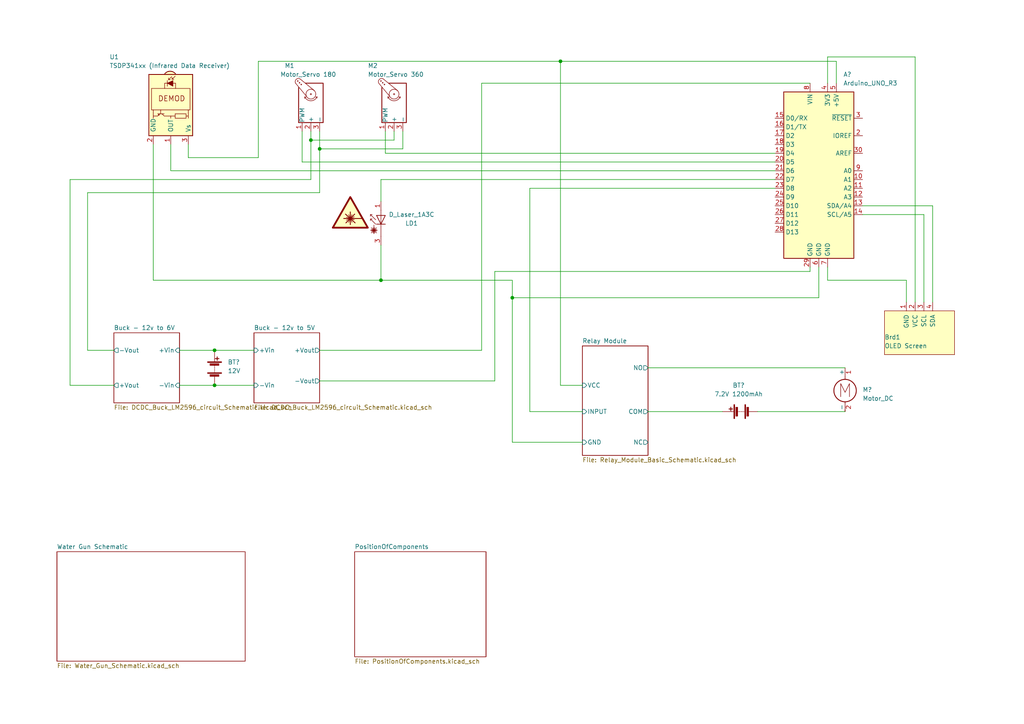
<source format=kicad_sch>
(kicad_sch (version 20211123) (generator eeschema)
  (paper "A4")
  (title_block (title "Sentry Gun System Electronics Schematic") (date "2023-03-12") (rev "v1.0") (company "JurGOn") (comment 1 "Sentry Project"))
  (lib_symbols
    (symbol "Battery_1" (pin_numbers hide) (pin_names (offset 0) hide)
      (property "Reference" "BT?" (at 3.81 1.6511 0))
      (property "Value" "Battery_1" (at 3.81 -0.8889 0))
      (symbol "Battery_1_0_1"
        (rectangle (start -2.032 -1.397) (end 2.032 -1.651) (fill (type outline)))
        (rectangle (start -2.032 1.778) (end 2.032 1.524) (fill (type outline)))
        (rectangle (start -1.3208 -1.9812) (end 1.27 -2.4892) (fill (type outline)))
        (rectangle (start -1.3208 1.1938) (end 1.27 0.6858) (fill (type outline)))
        (polyline (pts (xy 0 -1.524) (xy 0 -1.27)))
        (polyline (pts (xy 0 -1.016) (xy 0 -0.762)))
        (polyline (pts (xy 0 -0.508) (xy 0 -0.254)))
        (polyline (pts (xy 0 0) (xy 0 0.254)))
        (polyline (pts (xy 0 0.508) (xy 0 0.762)))
        (polyline (pts (xy 0 1.778) (xy 0 2.54)))
        (polyline (pts (xy 0.254 2.667) (xy 1.27 2.667)) (stroke (width 0.254)))
        (polyline (pts (xy 0.762 3.175) (xy 0.762 2.159)) (stroke (width 0.254)))
      )
      (symbol "Battery_1_1_1"
        (pin passive line (at 0 5.08 270) (length 2.54) (name "+") (number "1"))
        (pin passive line (at 0 -5.08 90) (length 2.54) (name "-") (number "2"))
      )
    )
    (symbol "Custom_Lib:0.96_OLED_SSD1306" (pin_names (offset 1.016))
      (property "Reference" "Brd" (at 0 -3.81 0))
      (property "Value" "0.96_OLED_SSD1306" (at 0 -1.27 0))
      (symbol "0.96_OLED_SSD1306_0_1"
        (rectangle (start -10.16 6.35) (end 10.16 -6.35) (fill (type background)))
      )
      (symbol "0.96_OLED_SSD1306_1_1"
        (pin input line (at -3.81 8.89 270) (length 2.54) (name "GND") (number "1"))
        (pin power_in line (at -1.27 8.89 270) (length 2.54) (name "VCC") (number "2"))
        (pin input line (at 1.27 8.89 270) (length 2.54) (name "SCL") (number "3"))
        (pin input line (at 3.81 8.89 270) (length 2.54) (name "SDA") (number "4"))
      )
    )
    (symbol "Device:Battery" (pin_numbers hide) (pin_names (offset 0) hide)
      (property "Reference" "BT" (at 2.54 2.54 0))
      (property "Value" "Battery" (at 2.54 0 0))
      (symbol "Battery_0_1"
        (rectangle (start -2.032 -1.397) (end 2.032 -1.651) (fill (type outline)))
        (rectangle (start -2.032 1.778) (end 2.032 1.524) (fill (type outline)))
        (rectangle (start -1.3208 -1.9812) (end 1.27 -2.4892) (fill (type outline)))
        (rectangle (start -1.3208 1.1938) (end 1.27 0.6858) (fill (type outline)))
        (polyline (pts (xy 0 -1.524) (xy 0 -1.27)))
        (polyline (pts (xy 0 -1.016) (xy 0 -0.762)))
        (polyline (pts (xy 0 -0.508) (xy 0 -0.254)))
        (polyline (pts (xy 0 0) (xy 0 0.254)))
        (polyline (pts (xy 0 0.508) (xy 0 0.762)))
        (polyline (pts (xy 0 1.778) (xy 0 2.54)))
        (polyline (pts (xy 0.254 2.667) (xy 1.27 2.667)) (stroke (width 0.254)))
        (polyline (pts (xy 0.762 3.175) (xy 0.762 2.159)) (stroke (width 0.254)))
      )
      (symbol "Battery_1_1"
        (pin passive line (at 0 5.08 270) (length 2.54) (name "+") (number "1"))
        (pin passive line (at 0 -5.08 90) (length 2.54) (name "-") (number "2"))
      )
    )
    (symbol "Device:D_Laser_1A3C" (pin_names (offset 1.016) hide)
      (property "Reference" "LD" (at -1.27 4.445 0))
      (property "Value" "D_Laser_1A3C" (at -1.27 -2.54 0))
      (symbol "D_Laser_1A3C_0_1"
        (polyline (pts (xy -4.064 1.27) (xy -2.54 2.794)))
        (polyline (pts (xy -4.064 1.778) (xy -2.54 2.286)))
        (polyline (pts (xy -4.064 2.286) (xy -2.54 1.778)))
        (polyline (pts (xy -4.064 2.794) (xy -2.54 1.27)))
        (polyline (pts (xy -3.556 2.794) (xy -3.048 1.27)))
        (polyline (pts (xy -3.302 2.032) (xy -3.302 1.016)))
        (polyline (pts (xy -3.302 2.032) (xy -3.302 3.048)))
        (polyline (pts (xy -3.048 2.794) (xy -3.556 1.27)))
        (polyline (pts (xy -1.778 2.032) (xy -4.318 2.032)))
        (polyline (pts (xy -1.524 1.27) (xy -1.524 -1.27)) (stroke (width 0.2032)))
        (polyline (pts (xy 1.27 3.048) (xy 0.762 3.048)))
        (polyline (pts (xy 2.54 0) (xy -5.08 0)))
        (polyline (pts (xy -0.254 1.524) (xy 1.27 3.048) (xy 1.27 2.54)))
        (polyline (pts (xy 1.016 1.27) (xy 1.016 -1.27) (xy -1.524 0) (xy 1.016 1.27)) (stroke (width 0.2032)))
        (polyline (pts (xy -1.524 1.524) (xy 0 3.048) (xy 0 2.54) (xy 0 3.048) (xy -0.508 3.048)))
      )
      (symbol "D_Laser_1A3C_1_1"
        (pin passive line (at 5.08 0 180) (length 2.54) (name "A") (number "1"))
        (pin passive line (at -7.62 0 0) (length 2.54) (name "K") (number "3"))
      )
    )
    (symbol "Graphic:SYM_LASER_Large" (pin_names (offset 1.016) hide)
      (symbol "SYM_LASER_Large_0_1"
        (polyline (pts (xy -1.905 -2.413) (xy 3.556 -2.413)) (stroke (width 0.254)))
        (polyline (pts (xy -1.27 -3.683) (xy 1.27 -1.143)) (stroke (width 0.254)))
        (polyline (pts (xy -1.143 -2.921) (xy 1.143 -1.905)))
        (polyline (pts (xy -1.143 -2.032) (xy 1.143 -2.794)))
        (polyline (pts (xy -0.508 -1.27) (xy 0.508 -3.556)))
        (polyline (pts (xy 0 -4.191) (xy 0 -0.508)) (stroke (width 0.254)))
        (polyline (pts (xy 0.508 -1.27) (xy -0.508 -3.556)))
        (polyline (pts (xy 1.397 -3.683) (xy -1.397 -1.143)) (stroke (width 0.254)))
        (polyline (pts (xy -5.08 -5.08) (xy 5.08 -5.08) (xy 0 3.81) (xy -5.08 -5.08)) (stroke (width 0.508)) (fill (type background)))
      )
    )
    (symbol "Interface_Optical:TSDP341xx" (pin_names (offset 1.016))
      (property "Reference" "U" (at -10.16 7.62 0))
      (property "Value" "TSDP341xx" (at -10.16 -7.62 0))
      (symbol "TSDP341xx_0_0"
        (arc (start -10.287 1.397) (mid -11.0899 -0.1905) (end -10.287 -1.778) (stroke (width 0.254)) (fill (type background)))
        (polyline (pts (xy 1.905 -5.08) (xy 0.127 -5.08)))
        (polyline (pts (xy 1.905 5.08) (xy 0.127 5.08)))
        (text "DEMOD" (at -3.175 0.254 900) (effects (font (size 1.524 1.524))))
      )
      (symbol "TSDP341xx_0_1"
        (rectangle (start -6.096 5.588) (end 0.127 -5.588))
        (polyline (pts (xy -8.763 0.381) (xy -9.652 1.27)))
        (polyline (pts (xy -8.763 0.381) (xy -9.271 0.381)))
        (polyline (pts (xy -8.763 0.381) (xy -8.763 0.889)))
        (polyline (pts (xy -8.636 -0.635) (xy -9.525 0.254)))
        (polyline (pts (xy -8.636 -0.635) (xy -9.144 -0.635)))
        (polyline (pts (xy -8.636 -0.635) (xy -8.636 -0.127)))
        (polyline (pts (xy -8.382 -1.016) (xy -6.731 -1.016)))
        (polyline (pts (xy 1.27 -2.921) (xy 0.127 -2.921)))
        (polyline (pts (xy 1.27 -1.905) (xy 1.27 -3.81)))
        (polyline (pts (xy 1.397 -3.556) (xy 1.524 -3.556)))
        (polyline (pts (xy 1.651 -3.556) (xy 1.524 -3.556)))
        (polyline (pts (xy 1.651 -3.556) (xy 1.651 -3.302)))
        (polyline (pts (xy 1.905 0) (xy 1.905 1.27)))
        (polyline (pts (xy 1.905 4.445) (xy 1.905 5.08) (xy 2.54 5.08)))
        (polyline (pts (xy -8.382 0.635) (xy -6.731 0.635) (xy -7.62 -1.016) (xy -8.382 0.635)) (fill (type outline)))
        (polyline (pts (xy -6.096 1.397) (xy -7.62 1.397) (xy -7.62 -1.778) (xy -6.096 -1.778)))
        (polyline (pts (xy 1.27 -3.175) (xy 1.905 -3.81) (xy 1.905 -5.08) (xy 2.54 -5.08)))
        (polyline (pts (xy 1.27 -2.54) (xy 1.905 -1.905) (xy 1.905 0) (xy 2.54 0)))
        (rectangle (start 2.54 1.27) (end 1.27 4.445))
        (rectangle (start 7.62 6.35) (end -10.16 -6.35) (stroke (width 0.254)) (fill (type background)))
      )
      (symbol "TSDP341xx_1_1"
        (pin output line (at 10.16 0 180) (length 2.54) (name "OUT") (number "1"))
        (pin power_in line (at 10.16 -5.08 180) (length 2.54) (name "GND") (number "2"))
        (pin power_in line (at 10.16 5.08 180) (length 2.54) (name "Vs") (number "3"))
      )
    )
    (symbol "MCU_Module:Arduino_UNO_R3"
      (property "Reference" "A?" (at 7.0994 27.94 0))
      (property "Value" "Arduino_UNO_R3" (at 7.0994 25.4 0))
      (symbol "Arduino_UNO_R3_0_1"
        (rectangle (start -10.16 22.86) (end 10.16 -25.4) (stroke (width 0.254)) (fill (type background)))
      )
      (symbol "Arduino_UNO_R3_1_1"
        (pin no_connect line (at -10.16 -20.32 0) (length 2.54) hide (name "NC") (number "1"))
        (pin bidirectional line (at 12.7 -2.54 180) (length 2.54) (name "A1") (number "10"))
        (pin bidirectional line (at 12.7 -5.08 180) (length 2.54) (name "A2") (number "11"))
        (pin bidirectional line (at 12.7 -7.62 180) (length 2.54) (name "A3") (number "12"))
        (pin bidirectional line (at 12.7 -10.16 180) (length 2.54) (name "SDA/A4") (number "13"))
        (pin bidirectional line (at 12.7 -12.7 180) (length 2.54) (name "SCL/A5") (number "14"))
        (pin bidirectional line (at -12.7 15.24 0) (length 2.54) (name "D0/RX") (number "15"))
        (pin bidirectional line (at -12.7 12.7 0) (length 2.54) (name "D1/TX") (number "16"))
        (pin bidirectional line (at -12.7 10.16 0) (length 2.54) (name "D2") (number "17"))
        (pin bidirectional line (at -12.7 7.62 0) (length 2.54) (name "D3") (number "18"))
        (pin bidirectional line (at -12.7 5.08 0) (length 2.54) (name "D4") (number "19"))
        (pin output line (at 12.7 10.16 180) (length 2.54) (name "IOREF") (number "2"))
        (pin bidirectional line (at -12.7 2.54 0) (length 2.54) (name "D5") (number "20"))
        (pin bidirectional line (at -12.7 0 0) (length 2.54) (name "D6") (number "21"))
        (pin bidirectional line (at -12.7 -2.54 0) (length 2.54) (name "D7") (number "22"))
        (pin bidirectional line (at -12.7 -5.08 0) (length 2.54) (name "D8") (number "23"))
        (pin bidirectional line (at -12.7 -7.62 0) (length 2.54) (name "D9") (number "24"))
        (pin bidirectional line (at -12.7 -10.16 0) (length 2.54) (name "D10") (number "25"))
        (pin bidirectional line (at -12.7 -12.7 0) (length 2.54) (name "D11") (number "26"))
        (pin bidirectional line (at -12.7 -15.24 0) (length 2.54) (name "D12") (number "27"))
        (pin bidirectional line (at -12.7 -17.78 0) (length 2.54) (name "D13") (number "28"))
        (pin power_in line (at -2.54 -27.94 90) (length 2.54) (name "GND") (number "29"))
        (pin input line (at 12.7 15.24 180) (length 2.54) (name "~{RESET}") (number "3"))
        (pin input line (at 12.7 5.08 180) (length 2.54) (name "AREF") (number "30"))
        (pin power_out line (at 2.54 25.4 270) (length 2.54) (name "3V3") (number "4"))
        (pin power_out line (at 5.08 25.4 270) (length 2.54) (name "+5V") (number "5"))
        (pin power_in line (at 0 -27.94 90) (length 2.54) (name "GND") (number "6"))
        (pin power_in line (at 2.54 -27.94 90) (length 2.54) (name "GND") (number "7"))
        (pin power_in line (at -2.54 25.4 270) (length 2.54) (name "VIN") (number "8"))
        (pin bidirectional line (at 12.7 0 180) (length 2.54) (name "A0") (number "9"))
      )
    )
    (symbol "Motor:Motor_DC" (pin_names (offset 0))
      (property "Reference" "M" (at 2.54 2.54 0))
      (property "Value" "Motor_DC" (at 2.54 -5.08 0))
      (symbol "Motor_DC_0_0"
        (polyline (pts (xy -1.27 -3.302) (xy -1.27 0.508) (xy 0 -2.032) (xy 1.27 0.508) (xy 1.27 -3.302)))
      )
      (symbol "Motor_DC_0_1"
        (circle (center 0 -1.524) (radius 3.2512) (stroke (width 0.254)))
        (polyline (pts (xy 0 -7.62) (xy 0 -7.112)))
        (polyline (pts (xy 0 -4.7752) (xy 0 -5.1816)))
        (polyline (pts (xy 0 1.7272) (xy 0 2.0828)))
        (polyline (pts (xy 0 2.032) (xy 0 2.54)))
      )
      (symbol "Motor_DC_1_1"
        (pin passive line (at 0 5.08 270) (length 2.54) (name "+") (number "1"))
        (pin passive line (at 0 -7.62 90) (length 2.54) (name "-") (number "2"))
      )
    )
    (symbol "Motor:Motor_Servo" (pin_names (offset 0.0254))
      (property "Reference" "M" (at -5.08 4.445 0))
      (property "Value" "Motor_Servo" (at -5.08 -4.064 0))
      (symbol "Motor_Servo_0_1"
        (polyline (pts (xy 2.413 -1.778) (xy 2.032 -1.778)))
        (polyline (pts (xy 2.413 -1.778) (xy 2.286 -1.397)))
        (polyline (pts (xy 2.413 1.778) (xy 1.905 1.778)))
        (polyline (pts (xy 2.413 1.778) (xy 2.286 1.397)))
        (polyline (pts (xy 6.35 4.445) (xy 2.54 1.27)))
        (polyline (pts (xy 7.62 3.175) (xy 4.191 -1.016)))
        (polyline (pts (xy 5.08 3.556) (xy -5.08 3.556) (xy -5.08 -3.556) (xy 6.35 -3.556) (xy 6.35 1.524)) (stroke (width 0.254)))
        (arc (start 2.413 1.778) (mid 1.2406 0) (end 2.413 -1.778))
        (circle (center 3.175 0) (radius 0.1778))
        (circle (center 3.175 0) (radius 1.4224))
        (circle (center 5.969 2.794) (radius 0.127))
        (circle (center 6.477 3.302) (radius 0.127))
        (circle (center 6.985 3.81) (radius 0.127))
        (arc (start 7.62 3.175) (mid 7.4485 4.2735) (end 6.35 4.445))
      )
      (symbol "Motor_Servo_1_1"
        (pin passive line (at -7.62 2.54 0) (length 2.54) (name "PWM") (number "1"))
        (pin passive line (at -7.62 0 0) (length 2.54) (name "+") (number "2"))
        (pin passive line (at -7.62 -2.54 0) (length 2.54) (name "-") (number "3"))
      )
    )
  )
  (junction (at 62.23 111.76))
  (junction (at 162.56 17.78))
  (junction (at 90.17 40.64))
  (junction (at 62.23 101.6))
  (junction (at 148.59 86.36))
  (junction (at 92.71 43.18))
  (junction (at 110.49 81.28))
  (wire (pts (xy 267.97 87.63) (xy 267.97 62.23)))
  (wire (pts (xy 92.71 43.18) (xy 116.84 43.18)))
  (wire (pts (xy 114.3 38.1) (xy 114.3 40.64)))
  (wire (pts (xy 240.03 16.51) (xy 240.03 24.13)))
  (wire (pts (xy 153.67 119.38) (xy 153.67 54.61)))
  (wire (pts (xy 262.89 81.28) (xy 262.89 87.63)))
  (wire (pts (xy 25.4 55.88) (xy 92.71 55.88)))
  (wire (pts (xy 62.23 101.6) (xy 73.66 101.6)))
  (wire (pts (xy 90.17 40.64) (xy 90.17 52.07)))
  (wire (pts (xy 240.03 81.28) (xy 262.89 81.28)))
  (wire (pts (xy 143.51 110.49) (xy 143.51 78.74)))
  (wire (pts (xy 224.79 52.07) (xy 110.49 52.07)))
  (wire (pts (xy 52.07 101.6) (xy 62.23 101.6)))
  (wire (pts (xy 54.61 45.72) (xy 74.93 45.72)))
  (wire (pts (xy 44.45 41.91) (xy 44.45 81.28)))
  (wire (pts (xy 74.93 17.78) (xy 162.56 17.78)))
  (wire (pts (xy 219.71 119.38) (xy 245.11 119.38)))
  (wire (pts (xy 44.45 81.28) (xy 110.49 81.28)))
  (wire (pts (xy 87.63 46.99) (xy 224.79 46.99)))
  (wire (pts (xy 240.03 81.28) (xy 240.03 77.47)))
  (wire (pts (xy 143.51 78.74) (xy 234.95 78.74)))
  (wire (pts (xy 148.59 128.27) (xy 148.59 86.36)))
  (wire (pts (xy 237.49 86.36) (xy 237.49 77.47)))
  (wire (pts (xy 116.84 38.1) (xy 116.84 43.18)))
  (wire (pts (xy 90.17 38.1) (xy 90.17 40.64)))
  (wire (pts (xy 74.93 17.78) (xy 74.93 45.72)))
  (wire (pts (xy 168.91 111.76) (xy 162.56 111.76)))
  (wire (pts (xy 110.49 71.12) (xy 110.49 81.28)))
  (wire (pts (xy 92.71 55.88) (xy 92.71 43.18)))
  (wire (pts (xy 49.53 41.91) (xy 49.53 49.53)))
  (wire (pts (xy 139.7 101.6) (xy 139.7 24.13)))
  (wire (pts (xy 139.7 24.13) (xy 234.95 24.13)))
  (wire (pts (xy 242.57 17.78) (xy 242.57 24.13)))
  (wire (pts (xy 87.63 38.1) (xy 87.63 46.99)))
  (wire (pts (xy 234.95 78.74) (xy 234.95 77.47)))
  (wire (pts (xy 162.56 111.76) (xy 162.56 17.78)))
  (wire (pts (xy 33.02 111.76) (xy 20.32 111.76)))
  (wire (pts (xy 162.56 17.78) (xy 242.57 17.78)))
  (wire (pts (xy 62.23 111.76) (xy 73.66 111.76)))
  (wire (pts (xy 20.32 111.76) (xy 20.32 52.07)))
  (wire (pts (xy 267.97 62.23) (xy 250.19 62.23)))
  (wire (pts (xy 265.43 16.51) (xy 240.03 16.51)))
  (wire (pts (xy 110.49 81.28) (xy 148.59 81.28)))
  (wire (pts (xy 110.49 52.07) (xy 110.49 58.42)))
  (wire (pts (xy 148.59 86.36) (xy 237.49 86.36)))
  (wire (pts (xy 187.96 119.38) (xy 209.55 119.38)))
  (wire (pts (xy 270.51 87.63) (xy 270.51 59.69)))
  (wire (pts (xy 54.61 45.72) (xy 54.61 41.91)))
  (wire (pts (xy 270.51 59.69) (xy 250.19 59.69)))
  (wire (pts (xy 92.71 43.18) (xy 92.71 38.1)))
  (wire (pts (xy 111.76 38.1) (xy 111.76 44.45)))
  (wire (pts (xy 114.3 40.64) (xy 90.17 40.64)))
  (wire (pts (xy 265.43 87.63) (xy 265.43 16.51)))
  (wire (pts (xy 148.59 86.36) (xy 148.59 81.28)))
  (wire (pts (xy 168.91 119.38) (xy 153.67 119.38)))
  (wire (pts (xy 111.76 44.45) (xy 224.79 44.45)))
  (wire (pts (xy 92.71 101.6) (xy 139.7 101.6)))
  (wire (pts (xy 168.91 128.27) (xy 148.59 128.27)))
  (wire (pts (xy 52.07 111.76) (xy 62.23 111.76)))
  (wire (pts (xy 92.71 110.49) (xy 143.51 110.49)))
  (wire (pts (xy 33.02 101.6) (xy 25.4 101.6)))
  (wire (pts (xy 187.96 106.68) (xy 245.11 106.68)))
  (wire (pts (xy 25.4 101.6) (xy 25.4 55.88)))
  (wire (pts (xy 49.53 49.53) (xy 224.79 49.53)))
  (wire (pts (xy 153.67 54.61) (xy 224.79 54.61)))
  (wire (pts (xy 20.32 52.07) (xy 90.17 52.07)))
  (symbol (lib_id "Custom_Lib:0.96_OLED_SSD1306") (at 266.7 96.52 0) (unit 1)
    (property "Reference" "Brd1" (at 256.54 97.79 0) (effects (justify left)))
    (property "Value" "OLED Screen" (at 256.54 100.33 0) (effects (justify left)))
    (property "Footprint" "Custom_lib:0.96_Oled_SSD1306" (effects hide))
    (property "Datasheet" "https://www.amazon.co.uk/gp/product/B074N9VLZX/ref=ppx_yo_dt_b_search_asin_title?ie=UTF8&psc=1" (effects hide))
  )
  (symbol (lib_id "Device:D_Laser_1A3C") (at 110.49 63.5 90) (unit 1)
    (property "Reference" "LD1" (at 119.38 64.77 90))
    (property "Value" "D_Laser_1A3C" (at 119.38 62.23 90))
  )
  (symbol (lib_id "Motor:Motor_DC") (at 245.11 111.76 0) (unit 1)
    (property "Reference" "M?" (at 250.19 113.0299 0) (effects (justify left)))
    (property "Value" "Motor_DC" (at 250.19 115.5699 0) (effects (justify left)))
  )
  (symbol (lib_id "Motor:Motor_Servo") (at 90.17 30.48 90) (unit 1)
    (property "Reference" "M1" (at 82.55 19.05 90) (effects (justify right)))
    (property "Value" " Motor_Servo 180" (at 81.28 21.59 90) (effects (justify right)))
    (property "Datasheet" "https://www.ebay.co.uk/itm/265497022589?var=565305471806&_trkparms=amclksrc%3DITM%26aid%3D777008%26algo%3DPERSONAL.TOPIC%26ao%3D1%26asc%3D20220705100511%26meid%3D821d6b82bef041acaef308022d3ecea8%26pid%3D101524%26rk%3D1%26rkt%3D1%26itm%3D565305471806%26pmt%3D1%26noa%3D1%26pg%3D2380057%26algv%3DRecentlyViewedItemsV2%26brand%3DUnbranded&_trksid=p2380057.c101524.m146925&_trkparms=pageci%3A00132f18-fcc4-11ed-ad5c-7ec5643b6c91%7Cparentrq%3A5eaab6c01880acd89d2ad418ffe95f00%7Ciid%3A1" (effects hide))
  )
  (symbol (lib_name "Battery_1") (lib_id "Device:Battery") (at 214.63 119.38 90) (unit 1)
    (property "Reference" "BT?" (at 214.249 111.76 90))
    (property "Value" "7.2V 1200mAh" (at 214.249 114.3 90))
  )
  (symbol (lib_id "Device:Battery") (at 62.23 106.68 0) (unit 1)
    (property "Reference" "BT?" (at 66.04 105.0289 0) (effects (justify left)))
    (property "Value" "12V" (at 66.04 107.5689 0) (effects (justify left)))
  )
  (symbol (lib_id "MCU_Module:Arduino_UNO_R3") (at 237.49 49.53 0) (unit 1)
    (property "Reference" "A?" (at 244.5894 21.59 0) (effects (justify left)))
    (property "Value" "Arduino_UNO_R3" (at 244.5894 24.13 0) (effects (justify left)))
    (property "Footprint" "Module:Arduino_UNO_R3" (effects hide))
    (property "Datasheet" "https://www.arduino.cc/en/Main/arduinoBoardUno" (effects hide))
  )
  (symbol (lib_id "Motor:Motor_Servo") (at 114.3 30.48 90) (unit 1)
    (property "Reference" "M2" (at 106.68 19.05 90) (effects (justify right)))
    (property "Value" "Motor_Servo 360" (at 106.68 21.59 90) (effects (justify right)))
    (property "Datasheet" "https://www.ebay.co.uk/itm/265497022589?var=565305471806&_trkparms=amclksrc%3DITM%26aid%3D777008%26algo%3DPERSONAL.TOPIC%26ao%3D1%26asc%3D20220705100511%26meid%3D821d6b82bef041acaef308022d3ecea8%26pid%3D101524%26rk%3D1%26rkt%3D1%26itm%3D565305471806%26pmt%3D1%26noa%3D1%26pg%3D2380057%26algv%3DRecentlyViewedItemsV2%26brand%3DUnbranded&_trksid=p2380057.c101524.m146925&_trkparms=pageci%3A00132f18-fcc4-11ed-ad5c-7ec5643b6c91%7Cparentrq%3A5eaab6c01880acd89d2ad418ffe95f00%7Ciid%3A1" (effects hide))
  )
  (symbol (lib_id "Graphic:SYM_LASER_Large") (at 101.6 60.96 0) (unit 1)
    (property "Reference" "#SYM?" (effects hide))
    (property "Value" "SYM_LASER_Large" (effects hide))
  )
  (symbol (lib_id "Interface_Optical:TSDP341xx") (at 49.53 31.75 270) (unit 1)
    (property "Reference" "U1" (at 31.75 16.51 90) (effects (justify left)))
    (property "Value" "TSDP341xx (Infrared Data Receiver)" (at 31.75 19.05 90) (effects (justify left)))
    (property "Footprint" "OptoDevice:Vishay_MOLD-3Pin" (effects hide))
    (property "Datasheet" "http://www.vishay.com/docs/82667/tsdp341.pdf" (effects hide))
  )
  (sheet (at 168.91 100.33) (size 19.05 31.75) (stroke (width 0.1524))
    (property "Sheet name" "Relay Module" (at 168.91 99.6184 0) (effects (justify left bottom)))
    (property "Sheet file" "Relay_Module_Basic_Schematic.kicad_sch" (at 168.91 132.6646 0) (effects (justify left top)))
    (pin "VCC" input (at 168.91 111.76 180))
    (pin "GND" input (at 168.91 128.27 180))
    (pin "INPUT" input (at 168.91 119.38 180))
    (pin "NO" output (at 187.96 106.68 0))
    (pin "COM" output (at 187.96 119.38 0))
    (pin "NC" output (at 187.96 128.27 0))
  )
  (sheet (at 16.51 160.02) (size 54.61 31.75) (stroke (width 0.1524))
    (property "Sheet name" "Water Gun Schematic" (at 16.51 159.3084 0) (effects (justify left bottom)))
    (property "Sheet file" "Water_Gun_Schematic.kicad_sch" (at 16.51 192.3546 0) (effects (justify left top)))
  )
  (sheet (at 73.66 96.52) (size 19.05 20.32) (stroke (width 0.1524))
    (property "Sheet name" "Buck - 12v to 5V" (at 73.66 95.8084 0) (effects (justify left bottom)))
    (property "Sheet file" "DCDC_Buck_LM2596_circuit_Schematic.kicad_sch" (at 73.66 117.4246 0) (effects (justify left top)))
    (pin "-Vout" output (at 92.71 110.49 0))
    (pin "+Vin" input (at 73.66 101.6 180))
    (pin "-Vin" input (at 73.66 111.76 180))
    (pin "+Vout" output (at 92.71 101.6 0))
  )
  (sheet (at 102.87 160.02) (size 38.1 30.48) (stroke (width 0.1524))
    (property "Sheet name" "PositionOfComponents" (at 102.87 159.3084 0) (effects (justify left bottom)))
    (property "Sheet file" "PositionOfComponents.kicad_sch" (at 102.87 191.0846 0) (effects (justify left top)))
  )
  (sheet (at 33.02 96.52) (size 19.05 20.32) (stroke (width 0.1524))
    (property "Sheet name" "Buck - 12v to 6V" (at 33.02 95.8084 0) (effects (justify left bottom)))
    (property "Sheet file" "DCDC_Buck_LM2596_circuit_Schematic.kicad_sch" (at 33.02 117.4246 0) (effects (justify left top)))
    (pin "-Vout" output (at 33.02 101.6 180))
    (pin "+Vin" input (at 52.07 101.6 0))
    (pin "-Vin" input (at 52.07 111.76 0))
    (pin "+Vout" output (at 33.02 111.76 180))
  )
)
</source>
